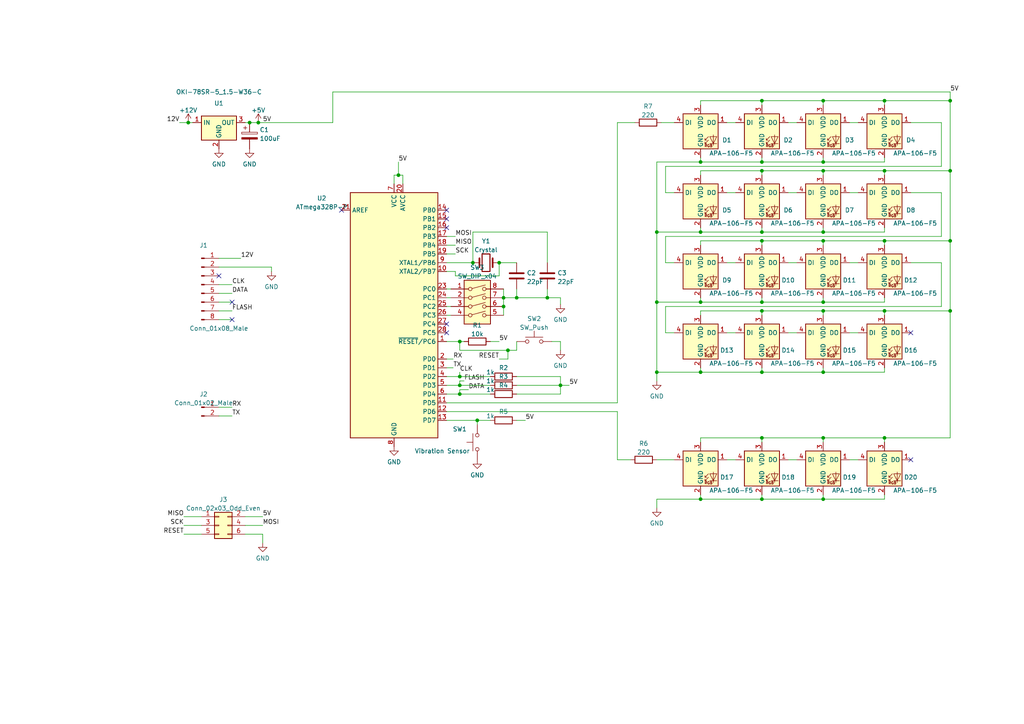
<source format=kicad_sch>
(kicad_sch (version 20211123) (generator eeschema)
  (paper "A4")
  (title_block (title "Attack from Mars RGB Saucer") (rev "1.0") (company "bitfield labs"))
  (lib_symbols
    (symbol "Connector:Conn_01x02_Male" (pin_names (offset 1.016) hide)
      (property "Reference" "J" (at 0 2.54 0))
      (property "Value" "Conn_01x02_Male" (at 0 -5.08 0))
      (symbol "Conn_01x02_Male_1_1"
        (polyline (pts (xy 1.27 -2.54) (xy 0.8636 -2.54)) (stroke (width 0.1524)))
        (polyline (pts (xy 1.27 0) (xy 0.8636 0)) (stroke (width 0.1524)))
        (rectangle (start 0.8636 -2.413) (end 0 -2.667) (stroke (width 0.1524)) (fill (type outline)))
        (rectangle (start 0.8636 0.127) (end 0 -0.127) (stroke (width 0.1524)) (fill (type outline)))
        (pin passive line (at 5.08 0 180) (length 3.81) (name "Pin_1") (number "1"))
        (pin passive line (at 5.08 -2.54 180) (length 3.81) (name "Pin_2") (number "2"))
      )
    )
    (symbol "Connector:Conn_01x08_Male" (pin_names (offset 1.016) hide)
      (property "Reference" "J" (at 0 10.16 0))
      (property "Value" "Conn_01x08_Male" (at 0 -12.7 0))
      (symbol "Conn_01x08_Male_1_1"
        (polyline (pts (xy 1.27 -10.16) (xy 0.8636 -10.16)) (stroke (width 0.1524)))
        (polyline (pts (xy 1.27 -7.62) (xy 0.8636 -7.62)) (stroke (width 0.1524)))
        (polyline (pts (xy 1.27 -5.08) (xy 0.8636 -5.08)) (stroke (width 0.1524)))
        (polyline (pts (xy 1.27 -2.54) (xy 0.8636 -2.54)) (stroke (width 0.1524)))
        (polyline (pts (xy 1.27 0) (xy 0.8636 0)) (stroke (width 0.1524)))
        (polyline (pts (xy 1.27 2.54) (xy 0.8636 2.54)) (stroke (width 0.1524)))
        (polyline (pts (xy 1.27 5.08) (xy 0.8636 5.08)) (stroke (width 0.1524)))
        (polyline (pts (xy 1.27 7.62) (xy 0.8636 7.62)) (stroke (width 0.1524)))
        (rectangle (start 0.8636 -10.033) (end 0 -10.287) (stroke (width 0.1524)) (fill (type outline)))
        (rectangle (start 0.8636 -7.493) (end 0 -7.747) (stroke (width 0.1524)) (fill (type outline)))
        (rectangle (start 0.8636 -4.953) (end 0 -5.207) (stroke (width 0.1524)) (fill (type outline)))
        (rectangle (start 0.8636 -2.413) (end 0 -2.667) (stroke (width 0.1524)) (fill (type outline)))
        (rectangle (start 0.8636 0.127) (end 0 -0.127) (stroke (width 0.1524)) (fill (type outline)))
        (rectangle (start 0.8636 2.667) (end 0 2.413) (stroke (width 0.1524)) (fill (type outline)))
        (rectangle (start 0.8636 5.207) (end 0 4.953) (stroke (width 0.1524)) (fill (type outline)))
        (rectangle (start 0.8636 7.747) (end 0 7.493) (stroke (width 0.1524)) (fill (type outline)))
        (pin passive line (at 5.08 7.62 180) (length 3.81) (name "Pin_1") (number "1"))
        (pin passive line (at 5.08 5.08 180) (length 3.81) (name "Pin_2") (number "2"))
        (pin passive line (at 5.08 2.54 180) (length 3.81) (name "Pin_3") (number "3"))
        (pin passive line (at 5.08 0 180) (length 3.81) (name "Pin_4") (number "4"))
        (pin passive line (at 5.08 -2.54 180) (length 3.81) (name "Pin_5") (number "5"))
        (pin passive line (at 5.08 -5.08 180) (length 3.81) (name "Pin_6") (number "6"))
        (pin passive line (at 5.08 -7.62 180) (length 3.81) (name "Pin_7") (number "7"))
        (pin passive line (at 5.08 -10.16 180) (length 3.81) (name "Pin_8") (number "8"))
      )
    )
    (symbol "Connector_Generic:Conn_02x03_Odd_Even" (pin_names (offset 1.016) hide)
      (property "Reference" "J" (at 1.27 5.08 0))
      (property "Value" "Conn_02x03_Odd_Even" (at 1.27 -5.08 0))
      (symbol "Conn_02x03_Odd_Even_1_1"
        (rectangle (start -1.27 -2.413) (end 0 -2.667) (stroke (width 0.1524)))
        (rectangle (start -1.27 0.127) (end 0 -0.127) (stroke (width 0.1524)))
        (rectangle (start -1.27 2.667) (end 0 2.413) (stroke (width 0.1524)))
        (rectangle (start -1.27 3.81) (end 3.81 -3.81) (stroke (width 0.254)) (fill (type background)))
        (rectangle (start 3.81 -2.413) (end 2.54 -2.667) (stroke (width 0.1524)))
        (rectangle (start 3.81 0.127) (end 2.54 -0.127) (stroke (width 0.1524)))
        (rectangle (start 3.81 2.667) (end 2.54 2.413) (stroke (width 0.1524)))
        (pin passive line (at -5.08 2.54 0) (length 3.81) (name "Pin_1") (number "1"))
        (pin passive line (at 7.62 2.54 180) (length 3.81) (name "Pin_2") (number "2"))
        (pin passive line (at -5.08 0 0) (length 3.81) (name "Pin_3") (number "3"))
        (pin passive line (at 7.62 0 180) (length 3.81) (name "Pin_4") (number "4"))
        (pin passive line (at -5.08 -2.54 0) (length 3.81) (name "Pin_5") (number "5"))
        (pin passive line (at 7.62 -2.54 180) (length 3.81) (name "Pin_6") (number "6"))
      )
    )
    (symbol "Converter_DCDC:OKI-78SR-5_1.5-W36-C"
      (property "Reference" "U" (at -3.81 3.175 0))
      (property "Value" "OKI-78SR-5_1.5-W36-C" (at 0 3.175 0))
      (symbol "OKI-78SR-5_1.5-W36-C_0_1"
        (rectangle (start -5.08 1.905) (end 5.08 -5.08) (stroke (width 0.254)) (fill (type background)))
      )
      (symbol "OKI-78SR-5_1.5-W36-C_1_1"
        (pin power_in line (at -7.62 0 0) (length 2.54) (name "IN") (number "1"))
        (pin power_in line (at 0 -7.62 90) (length 2.54) (name "GND") (number "2"))
        (pin power_out line (at 7.62 0 180) (length 2.54) (name "OUT") (number "3"))
      )
    )
    (symbol "Device:C" (pin_numbers hide) (pin_names (offset 0.254))
      (property "Reference" "C" (at 0.635 2.54 0))
      (property "Value" "C" (at 0.635 -2.54 0))
      (symbol "C_0_1"
        (polyline (pts (xy -2.032 -0.762) (xy 2.032 -0.762)) (stroke (width 0.508)))
        (polyline (pts (xy -2.032 0.762) (xy 2.032 0.762)) (stroke (width 0.508)))
      )
      (symbol "C_1_1"
        (pin passive line (at 0 3.81 270) (length 2.794) (name "~") (number "1"))
        (pin passive line (at 0 -3.81 90) (length 2.794) (name "~") (number "2"))
      )
    )
    (symbol "Device:C_Polarized" (pin_numbers hide) (pin_names (offset 0.254))
      (property "Reference" "C" (at 0.635 2.54 0))
      (property "Value" "C_Polarized" (at 0.635 -2.54 0))
      (symbol "C_Polarized_0_1"
        (rectangle (start -2.286 0.508) (end 2.286 1.016))
        (polyline (pts (xy -1.778 2.286) (xy -0.762 2.286)))
        (polyline (pts (xy -1.27 2.794) (xy -1.27 1.778)))
        (rectangle (start 2.286 -0.508) (end -2.286 -1.016) (fill (type outline)))
      )
      (symbol "C_Polarized_1_1"
        (pin passive line (at 0 3.81 270) (length 2.794) (name "~") (number "1"))
        (pin passive line (at 0 -3.81 90) (length 2.794) (name "~") (number "2"))
      )
    )
    (symbol "Device:Crystal" (pin_numbers hide) (pin_names (offset 1.016) hide)
      (property "Reference" "Y" (at 0 3.81 0))
      (property "Value" "Crystal" (at 0 -3.81 0))
      (symbol "Crystal_0_1"
        (rectangle (start -1.143 2.54) (end 1.143 -2.54) (stroke (width 0.3048)))
        (polyline (pts (xy -2.54 0) (xy -1.905 0)))
        (polyline (pts (xy -1.905 -1.27) (xy -1.905 1.27)) (stroke (width 0.508)))
        (polyline (pts (xy 1.905 -1.27) (xy 1.905 1.27)) (stroke (width 0.508)))
        (polyline (pts (xy 2.54 0) (xy 1.905 0)))
      )
      (symbol "Crystal_1_1"
        (pin passive line (at -3.81 0 0) (length 1.27) (name "1") (number "1"))
        (pin passive line (at 3.81 0 180) (length 1.27) (name "2") (number "2"))
      )
    )
    (symbol "Device:R" (pin_numbers hide) (pin_names (offset 0))
      (property "Reference" "R" (at 2.032 0 90))
      (property "Value" "R" (at 0 0 90))
      (symbol "R_0_1"
        (rectangle (start -1.016 -2.54) (end 1.016 2.54) (stroke (width 0.254)))
      )
      (symbol "R_1_1"
        (pin passive line (at 0 3.81 270) (length 1.27) (name "~") (number "1"))
        (pin passive line (at 0 -3.81 90) (length 1.27) (name "~") (number "2"))
      )
    )
    (symbol "LED:APA-106-F5"
      (property "Reference" "D" (at 5.08 5.715 0))
      (property "Value" "APA-106-F5" (at 1.27 -5.715 0))
      (symbol "APA-106-F5_0_0"
        (text "RGB" (at 2.286 -4.191 0) (effects (font (size 0.762 0.762))))
      )
      (symbol "APA-106-F5_0_1"
        (polyline (pts (xy 1.27 -3.556) (xy 1.778 -3.556)))
        (polyline (pts (xy 1.27 -2.54) (xy 1.778 -2.54)))
        (polyline (pts (xy 4.699 -3.556) (xy 2.667 -3.556)))
        (polyline (pts (xy 2.286 -2.54) (xy 1.27 -3.556) (xy 1.27 -3.048)))
        (polyline (pts (xy 2.286 -1.524) (xy 1.27 -2.54) (xy 1.27 -2.032)))
        (polyline (pts (xy 3.683 -1.016) (xy 3.683 -3.556) (xy 3.683 -4.064)))
        (polyline (pts (xy 4.699 -1.524) (xy 2.667 -1.524) (xy 3.683 -3.556) (xy 4.699 -1.524)))
        (rectangle (start 5.08 5.08) (end -5.08 -5.08) (stroke (width 0.254)) (fill (type background)))
      )
      (symbol "APA-106-F5_1_1"
        (pin output line (at 7.62 2.54 180) (length 2.54) (name "DO") (number "1"))
        (pin power_in line (at 0 -7.62 90) (length 2.54) (name "GND") (number "2"))
        (pin power_in line (at 0 7.62 270) (length 2.54) (name "VDD") (number "3"))
        (pin input line (at -7.62 2.54 0) (length 2.54) (name "DI") (number "4"))
      )
    )
    (symbol "MCU_Microchip_ATmega:ATmega328P-P"
      (property "Reference" "U" (at -12.7 36.83 0))
      (property "Value" "ATmega328P-P" (at 2.54 -36.83 0))
      (symbol "ATmega328P-P_0_1"
        (rectangle (start -12.7 -35.56) (end 12.7 35.56) (stroke (width 0.254)) (fill (type background)))
      )
      (symbol "ATmega328P-P_1_1"
        (pin bidirectional line (at 15.24 -7.62 180) (length 2.54) (name "~{RESET}/PC6") (number "1"))
        (pin bidirectional line (at 15.24 12.7 180) (length 2.54) (name "XTAL2/PB7") (number "10"))
        (pin bidirectional line (at 15.24 -25.4 180) (length 2.54) (name "PD5") (number "11"))
        (pin bidirectional line (at 15.24 -27.94 180) (length 2.54) (name "PD6") (number "12"))
        (pin bidirectional line (at 15.24 -30.48 180) (length 2.54) (name "PD7") (number "13"))
        (pin bidirectional line (at 15.24 30.48 180) (length 2.54) (name "PB0") (number "14"))
        (pin bidirectional line (at 15.24 27.94 180) (length 2.54) (name "PB1") (number "15"))
        (pin bidirectional line (at 15.24 25.4 180) (length 2.54) (name "PB2") (number "16"))
        (pin bidirectional line (at 15.24 22.86 180) (length 2.54) (name "PB3") (number "17"))
        (pin bidirectional line (at 15.24 20.32 180) (length 2.54) (name "PB4") (number "18"))
        (pin bidirectional line (at 15.24 17.78 180) (length 2.54) (name "PB5") (number "19"))
        (pin bidirectional line (at 15.24 -12.7 180) (length 2.54) (name "PD0") (number "2"))
        (pin power_in line (at 2.54 38.1 270) (length 2.54) (name "AVCC") (number "20"))
        (pin passive line (at -15.24 30.48 0) (length 2.54) (name "AREF") (number "21"))
        (pin passive line (at 0 -38.1 90) (length 2.54) hide (name "GND") (number "22"))
        (pin bidirectional line (at 15.24 7.62 180) (length 2.54) (name "PC0") (number "23"))
        (pin bidirectional line (at 15.24 5.08 180) (length 2.54) (name "PC1") (number "24"))
        (pin bidirectional line (at 15.24 2.54 180) (length 2.54) (name "PC2") (number "25"))
        (pin bidirectional line (at 15.24 0 180) (length 2.54) (name "PC3") (number "26"))
        (pin bidirectional line (at 15.24 -2.54 180) (length 2.54) (name "PC4") (number "27"))
        (pin bidirectional line (at 15.24 -5.08 180) (length 2.54) (name "PC5") (number "28"))
        (pin bidirectional line (at 15.24 -15.24 180) (length 2.54) (name "PD1") (number "3"))
        (pin bidirectional line (at 15.24 -17.78 180) (length 2.54) (name "PD2") (number "4"))
        (pin bidirectional line (at 15.24 -20.32 180) (length 2.54) (name "PD3") (number "5"))
        (pin bidirectional line (at 15.24 -22.86 180) (length 2.54) (name "PD4") (number "6"))
        (pin power_in line (at 0 38.1 270) (length 2.54) (name "VCC") (number "7"))
        (pin power_in line (at 0 -38.1 90) (length 2.54) (name "GND") (number "8"))
        (pin bidirectional line (at 15.24 15.24 180) (length 2.54) (name "XTAL1/PB6") (number "9"))
      )
    )
    (symbol "Switch:SW_DIP_x04" (pin_names (offset 0) hide)
      (property "Reference" "SW" (at 0 8.89 0))
      (property "Value" "SW_DIP_x04" (at 0 -6.35 0))
      (symbol "SW_DIP_x04_0_0"
        (circle (center -2.032 -2.54) (radius 0.508))
        (circle (center -2.032 0) (radius 0.508))
        (circle (center -2.032 2.54) (radius 0.508))
        (circle (center -2.032 5.08) (radius 0.508))
        (polyline (pts (xy -1.524 -2.3876) (xy 2.3622 -1.3462)))
        (polyline (pts (xy -1.524 0.127) (xy 2.3622 1.1684)))
        (polyline (pts (xy -1.524 2.667) (xy 2.3622 3.7084)))
        (polyline (pts (xy -1.524 5.207) (xy 2.3622 6.2484)))
        (circle (center 2.032 -2.54) (radius 0.508))
        (circle (center 2.032 0) (radius 0.508))
        (circle (center 2.032 2.54) (radius 0.508))
        (circle (center 2.032 5.08) (radius 0.508))
      )
      (symbol "SW_DIP_x04_0_1"
        (rectangle (start -3.81 7.62) (end 3.81 -5.08) (stroke (width 0.254)) (fill (type background)))
      )
      (symbol "SW_DIP_x04_1_1"
        (pin passive line (at -7.62 5.08 0) (length 5.08) (name "~") (number "1"))
        (pin passive line (at -7.62 2.54 0) (length 5.08) (name "~") (number "2"))
        (pin passive line (at -7.62 0 0) (length 5.08) (name "~") (number "3"))
        (pin passive line (at -7.62 -2.54 0) (length 5.08) (name "~") (number "4"))
        (pin passive line (at 7.62 -2.54 180) (length 5.08) (name "~") (number "5"))
        (pin passive line (at 7.62 0 180) (length 5.08) (name "~") (number "6"))
        (pin passive line (at 7.62 2.54 180) (length 5.08) (name "~") (number "7"))
        (pin passive line (at 7.62 5.08 180) (length 5.08) (name "~") (number "8"))
      )
    )
    (symbol "Switch:SW_Push" (pin_numbers hide) (pin_names (offset 1.016) hide)
      (property "Reference" "SW" (at 1.27 2.54 0))
      (property "Value" "SW_Push" (at 0 -1.524 0))
      (symbol "SW_Push_0_1"
        (circle (center -2.032 0) (radius 0.508))
        (polyline (pts (xy 0 1.27) (xy 0 3.048)))
        (polyline (pts (xy 2.54 1.27) (xy -2.54 1.27)))
        (circle (center 2.032 0) (radius 0.508))
        (pin passive line (at -5.08 0 0) (length 2.54) (name "1") (number "1"))
        (pin passive line (at 5.08 0 180) (length 2.54) (name "2") (number "2"))
      )
    )
    (symbol "power:+12V" (power) (pin_names (offset 0))
      (property "Value" "+12V" (at 0 3.556 0))
      (symbol "+12V_0_1"
        (polyline (pts (xy -0.762 1.27) (xy 0 2.54)))
        (polyline (pts (xy 0 0) (xy 0 2.54)))
        (polyline (pts (xy 0 2.54) (xy 0.762 1.27)))
      )
      (symbol "+12V_1_1"
        (pin power_in line (at 0 0 90) (length 0) hide (name "+12V") (number "1"))
      )
    )
    (symbol "power:+5V" (power) (pin_names (offset 0))
      (property "Value" "+5V" (at 0 3.556 0))
      (symbol "+5V_0_1"
        (polyline (pts (xy -0.762 1.27) (xy 0 2.54)))
        (polyline (pts (xy 0 0) (xy 0 2.54)))
        (polyline (pts (xy 0 2.54) (xy 0.762 1.27)))
      )
      (symbol "+5V_1_1"
        (pin power_in line (at 0 0 90) (length 0) hide (name "+5V") (number "1"))
      )
    )
    (symbol "power:GND" (power) (pin_names (offset 0))
      (property "Value" "GND" (at 0 -3.81 0))
      (symbol "GND_0_1"
        (polyline (pts (xy 0 0) (xy 0 -1.27) (xy 1.27 -1.27) (xy 0 -2.54) (xy -1.27 -1.27) (xy 0 -1.27)))
      )
      (symbol "GND_1_1"
        (pin power_in line (at 0 0 270) (length 0) hide (name "GND") (number "1"))
      )
    )
  )
  (junction (at 275.59 69.85))
  (junction (at 72.39 35.56))
  (junction (at 54.61 35.56))
  (junction (at 238.76 90.17))
  (junction (at 238.76 67.31))
  (junction (at 146.05 88.9))
  (junction (at 275.59 90.17))
  (junction (at 74.93 35.56))
  (junction (at 238.76 49.53))
  (junction (at 203.2 46.99))
  (junction (at 190.5 87.63))
  (junction (at 133.35 111.76))
  (junction (at 275.59 49.53))
  (junction (at 133.35 109.22))
  (junction (at 275.59 29.21))
  (junction (at 238.76 87.63))
  (junction (at 220.98 107.95))
  (junction (at 158.75 86.36))
  (junction (at 146.05 86.36))
  (junction (at 203.2 144.78))
  (junction (at 256.54 69.85))
  (junction (at 220.98 29.21))
  (junction (at 220.98 144.78))
  (junction (at 133.35 99.06))
  (junction (at 144.78 76.2))
  (junction (at 203.2 67.31))
  (junction (at 162.56 111.76))
  (junction (at 149.86 86.36))
  (junction (at 220.98 69.85))
  (junction (at 220.98 87.63))
  (junction (at 238.76 127))
  (junction (at 238.76 46.99))
  (junction (at 190.5 107.95))
  (junction (at 115.57 50.8))
  (junction (at 220.98 49.53))
  (junction (at 147.32 101.6))
  (junction (at 238.76 69.85))
  (junction (at 238.76 29.21))
  (junction (at 238.76 144.78))
  (junction (at 238.76 107.95))
  (junction (at 220.98 67.31))
  (junction (at 203.2 107.95))
  (junction (at 190.5 67.31))
  (junction (at 256.54 29.21))
  (junction (at 138.43 121.92))
  (junction (at 220.98 127))
  (junction (at 256.54 90.17))
  (junction (at 137.16 76.2))
  (junction (at 256.54 127))
  (junction (at 203.2 87.63))
  (junction (at 220.98 46.99))
  (junction (at 256.54 49.53))
  (junction (at 220.98 90.17))
  (junction (at 133.35 114.3))
  (no_connect (at 264.16 133.35))
  (no_connect (at 129.54 96.52))
  (no_connect (at 63.5 80.01))
  (no_connect (at 129.54 60.96))
  (no_connect (at 67.31 87.63))
  (no_connect (at 129.54 66.04))
  (no_connect (at 264.16 96.52))
  (no_connect (at 129.54 93.98))
  (no_connect (at 99.06 60.96))
  (no_connect (at 129.54 63.5))
  (no_connect (at 67.31 92.71))
  (wire (pts (xy 203.2 69.85) (xy 220.98 69.85)))
  (wire (pts (xy 203.2 71.12) (xy 203.2 69.85)))
  (wire (pts (xy 129.54 104.14) (xy 131.445 104.14)))
  (wire (pts (xy 129.54 114.3) (xy 133.35 114.3)))
  (wire (pts (xy 133.35 114.3) (xy 142.24 114.3)))
  (wire (pts (xy 256.54 29.21) (xy 275.59 29.21)))
  (wire (pts (xy 264.16 76.2) (xy 273.05 76.2)))
  (wire (pts (xy 193.04 76.2) (xy 195.58 76.2)))
  (wire (pts (xy 137.16 67.31) (xy 158.75 67.31)))
  (wire (pts (xy 220.98 86.36) (xy 220.98 87.63)))
  (wire (pts (xy 256.54 90.17) (xy 275.59 90.17)))
  (wire (pts (xy 76.2 154.94) (xy 76.2 157.48)))
  (wire (pts (xy 133.35 109.22) (xy 142.24 109.22)))
  (wire (pts (xy 220.98 90.17) (xy 220.98 91.44)))
  (wire (pts (xy 238.76 87.63) (xy 256.54 87.63)))
  (wire (pts (xy 63.5 118.11) (xy 67.31 118.11)))
  (wire (pts (xy 220.98 29.21) (xy 238.76 29.21)))
  (wire (pts (xy 162.56 114.3) (xy 149.86 114.3)))
  (wire (pts (xy 63.5 82.55) (xy 67.31 82.55)))
  (wire (pts (xy 220.98 90.17) (xy 238.76 90.17)))
  (wire (pts (xy 238.76 69.85) (xy 256.54 69.85)))
  (wire (pts (xy 238.76 49.53) (xy 238.76 50.8)))
  (wire (pts (xy 129.54 68.58) (xy 132.08 68.58)))
  (wire (pts (xy 203.2 45.72) (xy 203.2 46.99)))
  (wire (pts (xy 190.5 87.63) (xy 190.5 107.95)))
  (wire (pts (xy 203.2 46.99) (xy 220.98 46.99)))
  (wire (pts (xy 264.16 35.56) (xy 273.05 35.56)))
  (wire (pts (xy 203.2 91.44) (xy 203.2 90.17)))
  (wire (pts (xy 203.2 90.17) (xy 220.98 90.17)))
  (wire (pts (xy 220.98 87.63) (xy 238.76 87.63)))
  (wire (pts (xy 133.35 110.49) (xy 134.62 110.49)))
  (wire (pts (xy 228.6 35.56) (xy 231.14 35.56)))
  (wire (pts (xy 238.76 127) (xy 256.54 127)))
  (wire (pts (xy 52.07 35.56) (xy 54.61 35.56)))
  (wire (pts (xy 133.35 99.06) (xy 133.35 101.6)))
  (wire (pts (xy 160.02 99.06) (xy 162.56 99.06)))
  (wire (pts (xy 133.35 107.95) (xy 133.35 109.22)))
  (wire (pts (xy 203.2 107.95) (xy 220.98 107.95)))
  (wire (pts (xy 256.54 29.21) (xy 256.54 30.48)))
  (wire (pts (xy 144.78 104.14) (xy 147.32 104.14)))
  (wire (pts (xy 129.54 83.82) (xy 130.81 83.82)))
  (wire (pts (xy 71.12 149.86) (xy 76.2 149.86)))
  (wire (pts (xy 256.54 66.04) (xy 256.54 67.31)))
  (wire (pts (xy 203.2 66.04) (xy 203.2 67.31)))
  (wire (pts (xy 146.05 86.36) (xy 146.05 88.9)))
  (wire (pts (xy 220.98 144.78) (xy 238.76 144.78)))
  (wire (pts (xy 114.3 50.8) (xy 115.57 50.8)))
  (wire (pts (xy 72.39 35.56) (xy 74.93 35.56)))
  (wire (pts (xy 63.5 90.17) (xy 67.31 90.17)))
  (wire (pts (xy 210.82 133.35) (xy 213.36 133.35)))
  (wire (pts (xy 238.76 67.31) (xy 256.54 67.31)))
  (wire (pts (xy 238.76 29.21) (xy 238.76 30.48)))
  (wire (pts (xy 193.04 96.52) (xy 195.58 96.52)))
  (wire (pts (xy 137.16 76.2) (xy 137.16 67.31)))
  (wire (pts (xy 146.05 83.82) (xy 146.05 86.36)))
  (wire (pts (xy 193.04 48.26) (xy 193.04 55.88)))
  (wire (pts (xy 129.54 111.76) (xy 133.35 111.76)))
  (wire (pts (xy 275.59 69.85) (xy 275.59 90.17)))
  (wire (pts (xy 135.89 113.03) (xy 133.35 113.03)))
  (wire (pts (xy 149.86 109.22) (xy 162.56 109.22)))
  (wire (pts (xy 133.35 101.6) (xy 147.32 101.6)))
  (wire (pts (xy 203.2 128.27) (xy 203.2 127)))
  (wire (pts (xy 96.52 26.67) (xy 275.59 26.67)))
  (wire (pts (xy 256.54 86.36) (xy 256.54 87.63)))
  (wire (pts (xy 238.76 143.51) (xy 238.76 144.78)))
  (wire (pts (xy 53.34 154.94) (xy 58.42 154.94)))
  (wire (pts (xy 246.38 96.52) (xy 248.92 96.52)))
  (wire (pts (xy 190.5 107.95) (xy 190.5 110.49)))
  (wire (pts (xy 220.98 69.85) (xy 238.76 69.85)))
  (wire (pts (xy 220.98 127) (xy 238.76 127)))
  (wire (pts (xy 238.76 90.17) (xy 238.76 91.44)))
  (wire (pts (xy 132.08 80.01) (xy 144.78 80.01)))
  (wire (pts (xy 129.54 99.06) (xy 133.35 99.06)))
  (wire (pts (xy 275.59 49.53) (xy 275.59 69.85)))
  (wire (pts (xy 220.98 46.99) (xy 238.76 46.99)))
  (wire (pts (xy 158.75 67.31) (xy 158.75 76.2)))
  (wire (pts (xy 146.05 88.9) (xy 146.05 91.44)))
  (wire (pts (xy 275.59 29.21) (xy 275.59 49.53)))
  (wire (pts (xy 147.32 101.6) (xy 149.86 101.6)))
  (wire (pts (xy 203.2 49.53) (xy 220.98 49.53)))
  (wire (pts (xy 246.38 55.88) (xy 248.92 55.88)))
  (wire (pts (xy 210.82 55.88) (xy 213.36 55.88)))
  (wire (pts (xy 203.2 30.48) (xy 203.2 29.21)))
  (wire (pts (xy 210.82 35.56) (xy 213.36 35.56)))
  (wire (pts (xy 238.76 69.85) (xy 238.76 71.12)))
  (wire (pts (xy 203.2 144.78) (xy 220.98 144.78)))
  (wire (pts (xy 96.52 26.67) (xy 96.52 35.56)))
  (wire (pts (xy 190.5 46.99) (xy 203.2 46.99)))
  (wire (pts (xy 220.98 107.95) (xy 238.76 107.95)))
  (wire (pts (xy 147.32 104.14) (xy 147.32 101.6)))
  (wire (pts (xy 228.6 55.88) (xy 231.14 55.88)))
  (wire (pts (xy 190.5 67.31) (xy 190.5 87.63)))
  (wire (pts (xy 53.34 149.86) (xy 58.42 149.86)))
  (wire (pts (xy 256.54 127) (xy 275.59 127)))
  (wire (pts (xy 256.54 69.85) (xy 275.59 69.85)))
  (wire (pts (xy 256.54 143.51) (xy 256.54 144.78)))
  (wire (pts (xy 220.98 45.72) (xy 220.98 46.99)))
  (wire (pts (xy 238.76 49.53) (xy 256.54 49.53)))
  (wire (pts (xy 149.86 101.6) (xy 149.86 99.06)))
  (wire (pts (xy 138.43 121.92) (xy 129.54 121.92)))
  (wire (pts (xy 63.5 92.71) (xy 67.31 92.71)))
  (wire (pts (xy 246.38 76.2) (xy 248.92 76.2)))
  (wire (pts (xy 273.05 48.26) (xy 193.04 48.26)))
  (wire (pts (xy 256.54 90.17) (xy 256.54 91.44)))
  (wire (pts (xy 179.07 116.84) (xy 179.07 35.56)))
  (wire (pts (xy 203.2 50.8) (xy 203.2 49.53)))
  (wire (pts (xy 275.59 26.67) (xy 275.59 29.21)))
  (wire (pts (xy 190.5 107.95) (xy 203.2 107.95)))
  (wire (pts (xy 238.76 46.99) (xy 256.54 46.99)))
  (wire (pts (xy 256.54 45.72) (xy 256.54 46.99)))
  (wire (pts (xy 158.75 86.36) (xy 158.75 83.82)))
  (wire (pts (xy 63.5 77.47) (xy 78.74 77.47)))
  (wire (pts (xy 158.75 86.36) (xy 162.56 86.36)))
  (wire (pts (xy 238.76 29.21) (xy 256.54 29.21)))
  (wire (pts (xy 273.05 35.56) (xy 273.05 48.26)))
  (wire (pts (xy 146.05 86.36) (xy 149.86 86.36)))
  (wire (pts (xy 220.98 29.21) (xy 220.98 30.48)))
  (wire (pts (xy 133.35 110.49) (xy 133.35 111.76)))
  (wire (pts (xy 238.76 144.78) (xy 256.54 144.78)))
  (wire (pts (xy 256.54 69.85) (xy 256.54 71.12)))
  (wire (pts (xy 256.54 127) (xy 256.54 128.27)))
  (wire (pts (xy 53.34 152.4) (xy 58.42 152.4)))
  (wire (pts (xy 238.76 127) (xy 238.76 128.27)))
  (wire (pts (xy 220.98 106.68) (xy 220.98 107.95)))
  (wire (pts (xy 238.76 106.68) (xy 238.76 107.95)))
  (wire (pts (xy 190.5 133.35) (xy 195.58 133.35)))
  (wire (pts (xy 238.76 107.95) (xy 256.54 107.95)))
  (wire (pts (xy 190.5 67.31) (xy 203.2 67.31)))
  (wire (pts (xy 203.2 86.36) (xy 203.2 87.63)))
  (wire (pts (xy 133.35 99.06) (xy 134.62 99.06)))
  (wire (pts (xy 149.86 83.82) (xy 149.86 86.36)))
  (wire (pts (xy 149.86 86.36) (xy 158.75 86.36)))
  (wire (pts (xy 71.12 152.4) (xy 76.2 152.4)))
  (wire (pts (xy 203.2 87.63) (xy 220.98 87.63)))
  (wire (pts (xy 193.04 55.88) (xy 195.58 55.88)))
  (wire (pts (xy 149.86 111.76) (xy 162.56 111.76)))
  (wire (pts (xy 246.38 133.35) (xy 248.92 133.35)))
  (wire (pts (xy 220.98 49.53) (xy 238.76 49.53)))
  (wire (pts (xy 238.76 66.04) (xy 238.76 67.31)))
  (wire (pts (xy 238.76 90.17) (xy 256.54 90.17)))
  (wire (pts (xy 162.56 111.76) (xy 162.56 114.3)))
  (wire (pts (xy 133.35 111.76) (xy 142.24 111.76)))
  (wire (pts (xy 256.54 49.53) (xy 256.54 50.8)))
  (wire (pts (xy 238.76 86.36) (xy 238.76 87.63)))
  (wire (pts (xy 129.54 71.12) (xy 132.08 71.12)))
  (wire (pts (xy 138.43 123.19) (xy 138.43 121.92)))
  (wire (pts (xy 162.56 99.06) (xy 162.56 101.6)))
  (wire (pts (xy 256.54 106.68) (xy 256.54 107.95)))
  (wire (pts (xy 149.86 121.92) (xy 152.4 121.92)))
  (wire (pts (xy 71.12 35.56) (xy 72.39 35.56)))
  (wire (pts (xy 129.54 78.74) (xy 132.08 78.74)))
  (wire (pts (xy 220.98 66.04) (xy 220.98 67.31)))
  (wire (pts (xy 115.57 50.8) (xy 116.84 50.8)))
  (wire (pts (xy 190.5 144.78) (xy 190.5 147.32)))
  (wire (pts (xy 238.76 45.72) (xy 238.76 46.99)))
  (wire (pts (xy 162.56 111.76) (xy 165.1 111.76)))
  (wire (pts (xy 210.82 76.2) (xy 213.36 76.2)))
  (wire (pts (xy 273.05 76.2) (xy 273.05 88.9)))
  (wire (pts (xy 203.2 127) (xy 220.98 127)))
  (wire (pts (xy 190.5 144.78) (xy 203.2 144.78)))
  (wire (pts (xy 129.54 106.68) (xy 131.445 106.68)))
  (wire (pts (xy 228.6 96.52) (xy 231.14 96.52)))
  (wire (pts (xy 129.54 88.9) (xy 130.81 88.9)))
  (wire (pts (xy 116.84 50.8) (xy 116.84 53.34)))
  (wire (pts (xy 74.93 35.56) (xy 96.52 35.56)))
  (wire (pts (xy 129.54 119.38) (xy 179.07 119.38)))
  (wire (pts (xy 203.2 143.51) (xy 203.2 144.78)))
  (wire (pts (xy 228.6 133.35) (xy 231.14 133.35)))
  (wire (pts (xy 78.74 77.47) (xy 78.74 78.74)))
  (wire (pts (xy 132.08 78.74) (xy 132.08 80.01)))
  (wire (pts (xy 63.5 85.09) (xy 67.31 85.09)))
  (wire (pts (xy 179.07 133.35) (xy 182.88 133.35)))
  (wire (pts (xy 115.57 46.99) (xy 115.57 50.8)))
  (wire (pts (xy 54.61 35.56) (xy 55.88 35.56)))
  (wire (pts (xy 193.04 68.58) (xy 193.04 76.2)))
  (wire (pts (xy 190.5 87.63) (xy 203.2 87.63)))
  (wire (pts (xy 179.07 119.38) (xy 179.07 133.35)))
  (wire (pts (xy 220.98 67.31) (xy 238.76 67.31)))
  (wire (pts (xy 162.56 109.22) (xy 162.56 111.76)))
  (wire (pts (xy 142.24 99.06) (xy 144.78 99.06)))
  (wire (pts (xy 129.54 91.44) (xy 130.81 91.44)))
  (wire (pts (xy 133.35 113.03) (xy 133.35 114.3)))
  (wire (pts (xy 114.3 53.34) (xy 114.3 50.8)))
  (wire (pts (xy 129.54 73.66) (xy 132.08 73.66)))
  (wire (pts (xy 210.82 96.52) (xy 213.36 96.52)))
  (wire (pts (xy 275.59 90.17) (xy 275.59 127)))
  (wire (pts (xy 144.78 80.01) (xy 144.78 76.2)))
  (wire (pts (xy 138.43 121.92) (xy 142.24 121.92)))
  (wire (pts (xy 273.05 55.88) (xy 273.05 68.58)))
  (wire (pts (xy 246.38 35.56) (xy 248.92 35.56)))
  (wire (pts (xy 191.77 35.56) (xy 195.58 35.56)))
  (wire (pts (xy 203.2 106.68) (xy 203.2 107.95)))
  (wire (pts (xy 179.07 35.56) (xy 184.15 35.56)))
  (wire (pts (xy 129.54 116.84) (xy 179.07 116.84)))
  (wire (pts (xy 256.54 49.53) (xy 275.59 49.53)))
  (wire (pts (xy 63.5 74.93) (xy 69.85 74.93)))
  (wire (pts (xy 193.04 88.9) (xy 193.04 96.52)))
  (wire (pts (xy 129.54 86.36) (xy 130.81 86.36)))
  (wire (pts (xy 129.54 109.22) (xy 133.35 109.22)))
  (wire (pts (xy 190.5 46.99) (xy 190.5 67.31)))
  (wire (pts (xy 264.16 55.88) (xy 273.05 55.88)))
  (wire (pts (xy 71.12 154.94) (xy 76.2 154.94)))
  (wire (pts (xy 63.5 120.65) (xy 67.31 120.65)))
  (wire (pts (xy 203.2 29.21) (xy 220.98 29.21)))
  (wire (pts (xy 220.98 49.53) (xy 220.98 50.8)))
  (wire (pts (xy 162.56 86.36) (xy 162.56 88.265)))
  (wire (pts (xy 220.98 143.51) (xy 220.98 144.78)))
  (wire (pts (xy 129.54 76.2) (xy 137.16 76.2)))
  (wire (pts (xy 63.5 87.63) (xy 67.31 87.63)))
  (wire (pts (xy 220.98 127) (xy 220.98 128.27)))
  (wire (pts (xy 220.98 69.85) (xy 220.98 71.12)))
  (wire (pts (xy 273.05 88.9) (xy 193.04 88.9)))
  (wire (pts (xy 228.6 76.2) (xy 231.14 76.2)))
  (wire (pts (xy 273.05 68.58) (xy 193.04 68.58)))
  (wire (pts (xy 144.78 76.2) (xy 149.86 76.2)))
  (wire (pts (xy 203.2 67.31) (xy 220.98 67.31)))
  (label "SCK" (at 132.08 73.66 0))
  (label "DATA" (at 135.89 113.03 0))
  (label "MOSI" (at 76.2 152.4 0))
  (label "12V" (at 69.85 74.93 0))
  (label "5V" (at 115.57 46.99 0))
  (label "FLASH" (at 134.62 110.49 0))
  (label "5V" (at 76.2 149.86 0))
  (label "12V" (at 52.07 35.56 180))
  (label "CLK" (at 133.35 107.95 0))
  (label "RX" (at 67.31 118.11 0))
  (label "5V" (at 152.4 121.92 0))
  (label "5V" (at 275.59 26.67 0))
  (label "MOSI" (at 132.08 68.58 0))
  (label "RESET" (at 53.34 154.94 180))
  (label "5V" (at 144.78 99.06 0))
  (label "MISO" (at 53.34 149.86 180))
  (label "DATA" (at 67.31 85.09 0))
  (label "SCK" (at 53.34 152.4 180))
  (label "TX" (at 67.31 120.65 0))
  (label "FLASH" (at 67.31 90.17 0))
  (label "5V" (at 76.2 35.56 0))
  (label "RX" (at 131.445 104.14 0))
  (label "TX" (at 131.445 106.68 0))
  (label "CLK" (at 67.31 82.55 0))
  (label "RESET" (at 144.78 104.14 180))
  (label "5V" (at 165.1 111.76 0))
  (label "MISO" (at 132.08 71.12 0))
  (symbol (lib_id "power:GND") (at 162.56 101.6 0) (unit 1)
    (property "Reference" "#PWR010" (effects hide))
    (property "Value" "GND" (at 162.56 106.0434 0))
  )
  (symbol (lib_id "Converter_DCDC:OKI-78SR-5_1.5-W36-C") (at 63.5 35.56 0) (unit 1)
    (property "Reference" "U1" (at 63.5 29.9552 0))
    (property "Value" "OKI-78SR-5_1.5-W36-C" (at 63.5 26.67 0))
    (property "Footprint" "Converter_DCDC:Converter_DCDC_Murata_OKI-78SR_Horizontal" (effects hide))
    (property "Datasheet" "https://power.murata.com/data/power/oki-78sr.pdf" (effects hide))
  )
  (symbol (lib_id "Device:R") (at 138.43 99.06 90) (unit 1)
    (property "Reference" "R1" (at 138.43 94.3442 90))
    (property "Value" "10k" (at 138.43 96.8811 90))
    (property "Footprint" "Resistor_THT:R_Axial_DIN0207_L6.3mm_D2.5mm_P10.16mm_Horizontal" (effects hide))
  )
  (symbol (lib_id "power:GND") (at 162.56 88.265 0) (unit 1)
    (property "Reference" "#PWR08" (effects hide))
    (property "Value" "GND" (at 162.56 92.7084 0))
  )
  (symbol (lib_id "power:GND") (at 190.5 110.49 0) (unit 1)
    (property "Reference" "#PWR011" (effects hide))
    (property "Value" "GND" (at 190.5 114.9334 0))
  )
  (symbol (lib_id "Connector:Conn_01x08_Male") (at 58.42 82.55 0) (unit 1)
    (property "Reference" "J1" (at 59.055 71.154 0))
    (property "Value" "Conn_01x08_Male" (at 63.5 95.25 0))
    (property "Footprint" "Connector_PinHeader_2.54mm:PinHeader_1x08_P2.54mm_Horizontal" (effects hide))
  )
  (symbol (lib_id "power:GND") (at 190.5 147.32 0) (unit 1)
    (property "Reference" "#PWR012" (effects hide))
    (property "Value" "GND" (at 190.5 151.7634 0))
  )
  (symbol (lib_id "LED:APA-106-F5") (at 220.98 78.74 0) (unit 1)
    (property "Reference" "D10" (at 228.6 81.28 0))
    (property "Value" "APA-106-F5" (at 229.87 85.09 0))
    (property "Footprint" "LED_THT:LED_D5.0mm-4_RGB" (effects hide))
    (property "Datasheet" "https://cdn.sparkfun.com/datasheets/Components/LED/COM-12877.pdf" (effects hide))
  )
  (symbol (lib_id "LED:APA-106-F5") (at 238.76 99.06 0) (unit 1)
    (property "Reference" "D15" (at 246.38 101.6 0))
    (property "Value" "APA-106-F5" (at 247.65 105.41 0))
    (property "Footprint" "LED_THT:LED_D5.0mm-4_RGB" (effects hide))
    (property "Datasheet" "https://cdn.sparkfun.com/datasheets/Components/LED/COM-12877.pdf" (effects hide))
  )
  (symbol (lib_id "power:GND") (at 76.2 157.48 0) (unit 1)
    (property "Reference" "#PWR04" (effects hide))
    (property "Value" "GND" (at 76.2 161.9234 0))
  )
  (symbol (lib_id "LED:APA-106-F5") (at 203.2 78.74 0) (unit 1)
    (property "Reference" "D9" (at 210.82 81.28 0))
    (property "Value" "APA-106-F5" (at 212.09 85.09 0))
    (property "Footprint" "LED_THT:LED_D5.0mm-4_RGB" (effects hide))
    (property "Datasheet" "https://cdn.sparkfun.com/datasheets/Components/LED/COM-12877.pdf" (effects hide))
  )
  (symbol (lib_id "LED:APA-106-F5") (at 256.54 78.74 0) (unit 1)
    (property "Reference" "D12" (at 264.16 81.28 0))
    (property "Value" "APA-106-F5" (at 265.43 85.09 0))
    (property "Footprint" "LED_THT:LED_D5.0mm-4_RGB" (effects hide))
    (property "Datasheet" "https://cdn.sparkfun.com/datasheets/Components/LED/COM-12877.pdf" (effects hide))
  )
  (symbol (lib_id "power:GND") (at 63.5 43.18 0) (unit 1)
    (property "Reference" "#PWR01" (effects hide))
    (property "Value" "GND" (at 63.5 47.6234 0))
  )
  (symbol (lib_id "Device:Crystal") (at 140.97 76.2 0) (unit 1)
    (property "Reference" "Y1" (at 140.97 69.9348 0))
    (property "Value" "Crystal" (at 140.97 72.4717 0))
    (property "Footprint" "Crystal:Resonator-2Pin_W10.0mm_H5.0mm" (effects hide))
  )
  (symbol (lib_id "Connector_Generic:Conn_02x03_Odd_Even") (at 63.5 152.4 0) (unit 1)
    (property "Reference" "J3" (at 64.77 144.8902 0))
    (property "Value" "Conn_02x03_Odd_Even" (at 64.77 147.4271 0))
    (property "Footprint" "Connector_PinHeader_2.54mm:PinHeader_2x03_P2.54mm_Vertical" (effects hide))
  )
  (symbol (lib_id "power:GND") (at 78.74 78.74 0) (unit 1)
    (property "Reference" "#PWR05" (effects hide))
    (property "Value" "GND" (at 78.74 83.1834 0))
  )
  (symbol (lib_id "LED:APA-106-F5") (at 203.2 135.89 0) (unit 1)
    (property "Reference" "D17" (at 210.82 138.43 0))
    (property "Value" "APA-106-F5" (at 212.09 142.24 0))
    (property "Footprint" "LED_THT:LED_D5.0mm-4_RGB" (effects hide))
    (property "Datasheet" "https://cdn.sparkfun.com/datasheets/Components/LED/COM-12877.pdf" (effects hide))
  )
  (symbol (lib_id "power:GND") (at 138.43 133.35 0) (unit 1)
    (property "Reference" "#PWR07" (effects hide))
    (property "Value" "GND" (at 138.43 137.7934 0))
  )
  (symbol (lib_id "Device:R") (at 146.05 121.92 90) (unit 1)
    (property "Reference" "R5" (at 146.05 119.38 90))
    (property "Value" "1k" (at 142.24 120.65 90))
    (property "Footprint" "Resistor_THT:R_Axial_DIN0207_L6.3mm_D2.5mm_P10.16mm_Horizontal" (effects hide))
  )
  (symbol (lib_id "LED:APA-106-F5") (at 256.54 99.06 0) (unit 1)
    (property "Reference" "D16" (at 264.16 101.6 0))
    (property "Value" "APA-106-F5" (at 265.43 105.41 0))
    (property "Footprint" "LED_THT:LED_D5.0mm-4_RGB" (effects hide))
    (property "Datasheet" "https://cdn.sparkfun.com/datasheets/Components/LED/COM-12877.pdf" (effects hide))
  )
  (symbol (lib_id "Device:C_Polarized") (at 72.39 39.37 0) (unit 1)
    (property "Reference" "C1" (at 75.311 37.6463 0) (effects (justify left)))
    (property "Value" "100uF" (at 75.311 40.1832 0) (effects (justify left)))
    (property "Footprint" "Capacitor_THT:CP_Axial_L21.0mm_D8.0mm_P28.00mm_Horizontal" (effects hide))
  )
  (symbol (lib_id "Connector:Conn_01x02_Male") (at 58.42 118.11 0) (unit 1)
    (property "Reference" "J2" (at 59.055 114.334 0))
    (property "Value" "Conn_01x02_Male" (at 59.055 116.8709 0))
    (property "Footprint" "Connector_PinHeader_2.54mm:PinHeader_1x02_P2.54mm_Vertical" (effects hide))
  )
  (symbol (lib_id "Device:R") (at 146.05 109.22 90) (unit 1)
    (property "Reference" "R2" (at 146.05 106.68 90))
    (property "Value" "1k" (at 142.24 107.95 90))
    (property "Footprint" "Resistor_THT:R_Axial_DIN0207_L6.3mm_D2.5mm_P10.16mm_Horizontal" (effects hide))
  )
  (symbol (lib_id "Device:R") (at 186.69 133.35 90) (unit 1)
    (property "Reference" "R6" (at 186.69 128.6342 90))
    (property "Value" "220" (at 186.69 131.1711 90))
    (property "Footprint" "Resistor_THT:R_Axial_DIN0207_L6.3mm_D2.5mm_P10.16mm_Horizontal" (effects hide))
  )
  (symbol (lib_id "LED:APA-106-F5") (at 238.76 58.42 0) (unit 1)
    (property "Reference" "D7" (at 246.38 60.96 0))
    (property "Value" "APA-106-F5" (at 247.65 64.77 0))
    (property "Footprint" "LED_THT:LED_D5.0mm-4_RGB" (effects hide))
    (property "Datasheet" "https://cdn.sparkfun.com/datasheets/Components/LED/COM-12877.pdf" (effects hide))
  )
  (symbol (lib_id "LED:APA-106-F5") (at 238.76 135.89 0) (unit 1)
    (property "Reference" "D19" (at 246.38 138.43 0))
    (property "Value" "APA-106-F5" (at 247.65 142.24 0))
    (property "Footprint" "LED_THT:LED_D5.0mm-4_RGB" (effects hide))
    (property "Datasheet" "https://cdn.sparkfun.com/datasheets/Components/LED/COM-12877.pdf" (effects hide))
  )
  (symbol (lib_id "power:+12V") (at 54.61 35.56 0) (unit 1)
    (property "Reference" "#PWR0102" (effects hide))
    (property "Value" "+12V" (at 54.61 31.9842 0))
  )
  (symbol (lib_id "Device:C") (at 149.86 80.01 0) (unit 1)
    (property "Reference" "C2" (at 152.781 79.1753 0) (effects (justify left)))
    (property "Value" "22pF" (at 152.781 81.7122 0) (effects (justify left)))
    (property "Footprint" "Capacitor_THT:C_Disc_D7.5mm_W5.0mm_P7.50mm" (effects hide))
  )
  (symbol (lib_id "LED:APA-106-F5") (at 220.98 135.89 0) (unit 1)
    (property "Reference" "D18" (at 228.6 138.43 0))
    (property "Value" "APA-106-F5" (at 229.87 142.24 0))
    (property "Footprint" "LED_THT:LED_D5.0mm-4_RGB" (effects hide))
    (property "Datasheet" "https://cdn.sparkfun.com/datasheets/Components/LED/COM-12877.pdf" (effects hide))
  )
  (symbol (lib_id "MCU_Microchip_ATmega:ATmega328P-P") (at 114.3 91.44 0) (unit 1)
    (property "Reference" "U2" (at 93.3201 57.5016 0))
    (property "Value" "ATmega328P-P" (at 93.3201 60.0385 0))
    (property "Footprint" "Package_DIP:DIP-28_W7.62mm" (effects hide))
    (property "Datasheet" "http://ww1.microchip.com/downloads/en/DeviceDoc/ATmega328_P%20AVR%20MCU%20with%20picoPower%20Technology%20Data%20Sheet%2040001984A.pdf" (effects hide))
  )
  (symbol (lib_id "LED:APA-106-F5") (at 256.54 58.42 0) (unit 1)
    (property "Reference" "D8" (at 264.16 60.96 0))
    (property "Value" "APA-106-F5" (at 265.43 64.77 0))
    (property "Footprint" "LED_THT:LED_D5.0mm-4_RGB" (effects hide))
    (property "Datasheet" "https://cdn.sparkfun.com/datasheets/Components/LED/COM-12877.pdf" (effects hide))
  )
  (symbol (lib_id "LED:APA-106-F5") (at 238.76 78.74 0) (unit 1)
    (property "Reference" "D11" (at 246.38 81.28 0))
    (property "Value" "APA-106-F5" (at 247.65 85.09 0))
    (property "Footprint" "LED_THT:LED_D5.0mm-4_RGB" (effects hide))
    (property "Datasheet" "https://cdn.sparkfun.com/datasheets/Components/LED/COM-12877.pdf" (effects hide))
  )
  (symbol (lib_id "Device:R") (at 187.96 35.56 90) (unit 1)
    (property "Reference" "R7" (at 187.96 30.8442 90))
    (property "Value" "220" (at 187.96 33.3811 90))
    (property "Footprint" "Resistor_THT:R_Axial_DIN0207_L6.3mm_D2.5mm_P10.16mm_Horizontal" (effects hide))
  )
  (symbol (lib_id "LED:APA-106-F5") (at 220.98 99.06 0) (unit 1)
    (property "Reference" "D14" (at 228.6 101.6 0))
    (property "Value" "APA-106-F5" (at 229.87 105.41 0))
    (property "Footprint" "LED_THT:LED_D5.0mm-4_RGB" (effects hide))
    (property "Datasheet" "https://cdn.sparkfun.com/datasheets/Components/LED/COM-12877.pdf" (effects hide))
  )
  (symbol (lib_id "LED:APA-106-F5") (at 256.54 38.1 0) (unit 1)
    (property "Reference" "D4" (at 264.16 40.64 0))
    (property "Value" "APA-106-F5" (at 265.43 44.45 0))
    (property "Footprint" "LED_THT:LED_D5.0mm-4_RGB" (effects hide))
    (property "Datasheet" "https://cdn.sparkfun.com/datasheets/Components/LED/COM-12877.pdf" (effects hide))
  )
  (symbol (lib_id "LED:APA-106-F5") (at 238.76 38.1 0) (unit 1)
    (property "Reference" "D3" (at 246.38 40.64 0))
    (property "Value" "APA-106-F5" (at 247.65 44.45 0))
    (property "Footprint" "LED_THT:LED_D5.0mm-4_RGB" (effects hide))
    (property "Datasheet" "https://cdn.sparkfun.com/datasheets/Components/LED/COM-12877.pdf" (effects hide))
  )
  (symbol (lib_id "LED:APA-106-F5") (at 220.98 38.1 0) (unit 1)
    (property "Reference" "D2" (at 228.6 40.64 0))
    (property "Value" "APA-106-F5" (at 229.87 44.45 0))
    (property "Footprint" "LED_THT:LED_D5.0mm-4_RGB" (effects hide))
    (property "Datasheet" "https://cdn.sparkfun.com/datasheets/Components/LED/COM-12877.pdf" (effects hide))
  )
  (symbol (lib_id "Device:C") (at 158.75 80.01 0) (unit 1)
    (property "Reference" "C3" (at 161.671 79.1753 0) (effects (justify left)))
    (property "Value" "22pF" (at 161.671 81.7122 0) (effects (justify left)))
    (property "Footprint" "Capacitor_THT:C_Disc_D7.5mm_W5.0mm_P7.50mm" (effects hide))
  )
  (symbol (lib_id "Device:R") (at 146.05 114.3 90) (unit 1)
    (property "Reference" "R4" (at 146.05 111.76 90))
    (property "Value" "1k" (at 142.24 113.03 90))
    (property "Footprint" "Resistor_THT:R_Axial_DIN0207_L6.3mm_D2.5mm_P10.16mm_Horizontal" (effects hide))
  )
  (symbol (lib_id "power:+5V") (at 74.93 35.56 0) (unit 1)
    (property "Reference" "#PWR03" (effects hide))
    (property "Value" "+5V" (at 74.93 31.9842 0))
  )
  (symbol (lib_id "LED:APA-106-F5") (at 256.54 135.89 0) (unit 1)
    (property "Reference" "D20" (at 264.16 138.43 0))
    (property "Value" "APA-106-F5" (at 265.43 142.24 0))
    (property "Footprint" "LED_THT:LED_D5.0mm-4_RGB" (effects hide))
    (property "Datasheet" "https://cdn.sparkfun.com/datasheets/Components/LED/COM-12877.pdf" (effects hide))
  )
  (symbol (lib_id "LED:APA-106-F5") (at 203.2 99.06 0) (unit 1)
    (property "Reference" "D13" (at 210.82 101.6 0))
    (property "Value" "APA-106-F5" (at 212.09 105.41 0))
    (property "Footprint" "LED_THT:LED_D5.0mm-4_RGB" (effects hide))
    (property "Datasheet" "https://cdn.sparkfun.com/datasheets/Components/LED/COM-12877.pdf" (effects hide))
  )
  (symbol (lib_id "LED:APA-106-F5") (at 203.2 38.1 0) (unit 1)
    (property "Reference" "D1" (at 210.82 40.64 0))
    (property "Value" "APA-106-F5" (at 212.09 44.45 0))
    (property "Footprint" "LED_THT:LED_D5.0mm-4_RGB" (effects hide))
    (property "Datasheet" "https://cdn.sparkfun.com/datasheets/Components/LED/COM-12877.pdf" (effects hide))
  )
  (symbol (lib_id "LED:APA-106-F5") (at 203.2 58.42 0) (unit 1)
    (property "Reference" "D5" (at 210.82 60.96 0))
    (property "Value" "APA-106-F5" (at 212.09 64.77 0))
    (property "Footprint" "LED_THT:LED_D5.0mm-4_RGB" (effects hide))
    (property "Datasheet" "https://cdn.sparkfun.com/datasheets/Components/LED/COM-12877.pdf" (effects hide))
  )
  (symbol (lib_id "Device:R") (at 146.05 111.76 90) (unit 1)
    (property "Reference" "R3" (at 146.05 109.22 90))
    (property "Value" "1k" (at 142.24 110.49 90))
    (property "Footprint" "Resistor_THT:R_Axial_DIN0207_L6.3mm_D2.5mm_P10.16mm_Horizontal" (effects hide))
  )
  (symbol (lib_id "Switch:SW_DIP_x04") (at 138.43 88.9 0) (unit 1)
    (property "Reference" "SW3" (at 138.43 77.5802 0))
    (property "Value" "SW_DIP_x04" (at 138.43 80.1171 0))
    (property "Footprint" "Button_Switch_THT:SW_DIP_SPSTx04_Slide_9.78x12.34mm_W7.62mm_P2.54mm" (effects hide))
  )
  (symbol (lib_id "Switch:SW_Push") (at 138.43 128.27 90) (unit 1)
    (property "Reference" "SW1" (at 133.35 124.46 90))
    (property "Value" "Vibration Sensor" (at 128.27 130.81 90))
    (property "Footprint" "Connector_PinHeader_2.54mm:PinHeader_1x02_P2.54mm_Horizontal" (effects hide))
  )
  (symbol (lib_id "power:GND") (at 72.39 43.18 0) (unit 1)
    (property "Reference" "#PWR02" (effects hide))
    (property "Value" "GND" (at 72.39 47.6234 0))
  )
  (symbol (lib_id "Switch:SW_Push") (at 154.94 99.06 0) (unit 1)
    (property "Reference" "SW2" (at 154.94 92.4392 0))
    (property "Value" "SW_Push" (at 154.94 94.9761 0))
    (property "Footprint" "Button_Switch_THT:SW_PUSH_6mm_H9.5mm" (effects hide))
  )
  (symbol (lib_id "LED:APA-106-F5") (at 220.98 58.42 0) (unit 1)
    (property "Reference" "D6" (at 228.6 60.96 0))
    (property "Value" "APA-106-F5" (at 229.87 64.77 0))
    (property "Footprint" "LED_THT:LED_D5.0mm-4_RGB" (effects hide))
    (property "Datasheet" "https://cdn.sparkfun.com/datasheets/Components/LED/COM-12877.pdf" (effects hide))
  )
  (symbol (lib_id "power:GND") (at 114.3 129.54 0) (unit 1)
    (property "Reference" "#PWR06" (effects hide))
    (property "Value" "GND" (at 114.3 133.9834 0))
  )
)
</source>
